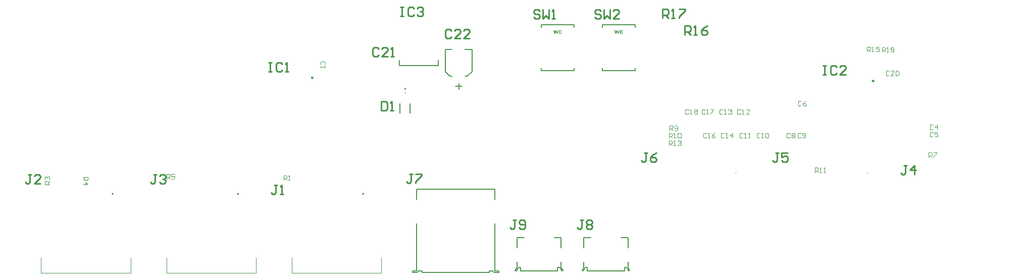
<source format=gto>
%TF.GenerationSoftware,Altium Limited,Altium Designer,24.10.1 (45)*%
G04 Layer_Color=65535*
%FSLAX45Y45*%
%MOMM*%
%TF.SameCoordinates,079BFE04-B767-4AA5-AD7D-3EA92BFB1467*%
%TF.FilePolarity,Positive*%
%TF.FileFunction,Legend,Top*%
%TF.Part,Single*%
G01*
G75*
%TA.AperFunction,NonConductor*%
%ADD54C,0.20000*%
%ADD55C,0.25000*%
%ADD56C,0.10000*%
%ADD57C,0.15000*%
%ADD58C,0.15240*%
%ADD59C,0.25400*%
G36*
X10034513Y3905000D02*
X10020371D01*
X10007566Y3953547D01*
X9994620Y3905000D01*
X9980338D01*
X9965000Y3969940D01*
X9978438D01*
X9988147Y3925263D01*
X10000038Y3969940D01*
X10015728D01*
X10026985Y3924560D01*
X10036835Y3969940D01*
X10050062D01*
X10034513Y3905000D01*
D02*
G37*
G36*
X10105082Y3958965D02*
X10070044D01*
Y3944612D01*
X10102620D01*
Y3933636D01*
X10070044D01*
Y3915976D01*
X10106349D01*
Y3905000D01*
X10056958D01*
Y3969940D01*
X10105082D01*
Y3958965D01*
D02*
G37*
G36*
X9009513Y3905000D02*
X8995371D01*
X8982566Y3953547D01*
X8969620Y3905000D01*
X8955338D01*
X8940000Y3969940D01*
X8953438D01*
X8963147Y3925263D01*
X8975038Y3969940D01*
X8990728D01*
X9001985Y3924560D01*
X9011835Y3969940D01*
X9025062D01*
X9009513Y3905000D01*
D02*
G37*
G36*
X9080082Y3958965D02*
X9045044D01*
Y3944612D01*
X9077620D01*
Y3933636D01*
X9045044D01*
Y3915976D01*
X9081349D01*
Y3905000D01*
X9031958D01*
Y3969940D01*
X9080082D01*
Y3958965D01*
D02*
G37*
D54*
X6461500Y2983700D02*
G03*
X6461500Y2983700I-7500J0D01*
G01*
X6463323Y2914000D02*
G03*
X6463323Y2914000I-5323J0D01*
G01*
X6644001Y-99983D02*
G03*
X6675000Y-70000I999J29983D01*
G01*
X7925000D02*
G03*
X7956000Y-99983I30000J0D01*
G01*
X3650000Y1230000D02*
G03*
X3650000Y1210000I0J-10000D01*
G01*
D02*
G03*
X3650000Y1230000I0J10000D01*
G01*
X5750000D02*
G03*
X5750000Y1210000I0J-10000D01*
G01*
D02*
G03*
X5750000Y1230000I0J10000D01*
G01*
X1550000D02*
G03*
X1550000Y1210000I0J-10000D01*
G01*
D02*
G03*
X1550000Y1230000I0J10000D01*
G01*
X7575000Y3275000D02*
Y3645000D01*
X7460000Y3195000D02*
X7495000D01*
X7575000Y3275000D01*
X7460000Y3645000D02*
X7575000D01*
X7125000D02*
X7240000D01*
X7125000Y3275000D02*
X7205000Y3195000D01*
X7240000D01*
X7125000Y3275000D02*
Y3645000D01*
X6360000Y3378000D02*
X7010000D01*
X6360000D02*
Y3470300D01*
X7010000Y3378000D02*
Y3470300D01*
X6535000Y2580000D02*
Y2740000D01*
X6365000Y2580000D02*
Y2740000D01*
X6734996Y-69999D02*
X6735004Y-99999D01*
X6575000Y-100000D02*
Y-70000D01*
X6645000D01*
X6575000Y-100000D02*
X6644001Y-99983D01*
X6675000Y-70000D02*
X6734996Y-69999D01*
X7865004D02*
X7925000Y-70000D01*
X7865004Y-99999D02*
Y-69999D01*
X7956000Y-99983D02*
X8025000Y-100000D01*
X7955000Y-70000D02*
X8025000D01*
Y-100000D02*
Y-70000D01*
X6645000Y1300000D02*
X7955000D01*
X6735004Y-99999D02*
X7865004D01*
X6645000Y1130000D02*
Y1300000D01*
Y-70000D02*
Y726000D01*
X7955000Y-70000D02*
Y726000D01*
Y1130000D02*
Y1300000D01*
X10310000Y4015000D02*
Y4060000D01*
Y3290000D02*
Y3335000D01*
X9760000Y4015000D02*
Y4060000D01*
Y3290000D02*
Y3335000D01*
Y4060000D02*
X10310000D01*
X9760000Y3290000D02*
X10310000D01*
X9285000Y4015000D02*
Y4060000D01*
Y3290000D02*
Y3335000D01*
X8735000Y4015000D02*
Y4060000D01*
Y3290000D02*
Y3335000D01*
Y4060000D02*
X9285000D01*
X8735000Y3290000D02*
X9285000D01*
D55*
X14312500Y3115000D02*
G03*
X14312500Y3115000I-12500J0D01*
G01*
X4907500Y3170000D02*
G03*
X4907500Y3170000I-12500J0D01*
G01*
D56*
X12000000Y1568000D02*
G03*
X12000000Y1578000I0J5000D01*
G01*
D02*
G03*
X12000000Y1568000I0J-5000D01*
G01*
X16399998Y1578000D02*
G03*
X16399998Y1568000I0J-5000D01*
G01*
D02*
G03*
X16399998Y1578000I0J5000D01*
G01*
X14200000D02*
G03*
X14200000Y1568000I0J-5000D01*
G01*
D02*
G03*
X14200000Y1578000I0J5000D01*
G01*
X3950000Y-107500D02*
Y150000D01*
X2450000Y-107500D02*
X3950000D01*
X2450000D02*
Y150000D01*
X6050000Y-107500D02*
Y150000D01*
X4550000Y-107500D02*
X6050000D01*
X4550000D02*
Y150000D01*
X1850000Y-107500D02*
Y150000D01*
X350000Y-107500D02*
X1850000D01*
X350000D02*
Y150000D01*
X14450032Y3602513D02*
Y3682487D01*
X14490019D01*
X14503348Y3669158D01*
Y3642500D01*
X14490019Y3629171D01*
X14450032D01*
X14476691D02*
X14503348Y3602513D01*
X14530006D02*
X14556664D01*
X14543335D01*
Y3682487D01*
X14530006Y3669158D01*
X14596652D02*
X14609981Y3682487D01*
X14636639D01*
X14649968Y3669158D01*
Y3655829D01*
X14636639Y3642500D01*
X14649968Y3629171D01*
Y3615842D01*
X14636639Y3602513D01*
X14609981D01*
X14596652Y3615842D01*
Y3629171D01*
X14609981Y3642500D01*
X14596652Y3655829D01*
Y3669158D01*
X14609981Y3642500D02*
X14636639D01*
X14200032Y3610013D02*
Y3689987D01*
X14240021D01*
X14253348Y3676658D01*
Y3650000D01*
X14240021Y3636671D01*
X14200032D01*
X14226691D02*
X14253348Y3610013D01*
X14280006D02*
X14306665D01*
X14293336D01*
Y3689987D01*
X14280006Y3676658D01*
X14399968Y3689987D02*
X14346652D01*
Y3650000D01*
X14373309Y3663329D01*
X14386639D01*
X14399968Y3650000D01*
Y3623342D01*
X14386639Y3610013D01*
X14359981D01*
X14346652Y3623342D01*
X10877531Y2035013D02*
Y2114987D01*
X10917518D01*
X10930847Y2101658D01*
Y2075000D01*
X10917518Y2061671D01*
X10877531D01*
X10904189D02*
X10930847Y2035013D01*
X10957505D02*
X10984163D01*
X10970834D01*
Y2114987D01*
X10957505Y2101658D01*
X11024150D02*
X11037480Y2114987D01*
X11064138D01*
X11077467Y2101658D01*
Y2088329D01*
X11064138Y2075000D01*
X11050808D01*
X11064138D01*
X11077467Y2061671D01*
Y2048342D01*
X11064138Y2035013D01*
X11037480D01*
X11024150Y2048342D01*
X13323361Y1580013D02*
Y1659987D01*
X13363348D01*
X13376678Y1646658D01*
Y1620000D01*
X13363348Y1606671D01*
X13323361D01*
X13350020D02*
X13376678Y1580013D01*
X13403336D02*
X13429994D01*
X13416666D01*
Y1659987D01*
X13403336Y1646658D01*
X13469981Y1580013D02*
X13496638D01*
X13483310D01*
Y1659987D01*
X13469981Y1646658D01*
X10877531Y2160013D02*
Y2239987D01*
X10917518D01*
X10930847Y2226658D01*
Y2200000D01*
X10917518Y2186671D01*
X10877531D01*
X10904189D02*
X10930847Y2160013D01*
X10957505D02*
X10984163D01*
X10970834D01*
Y2239987D01*
X10957505Y2226658D01*
X11024150D02*
X11037480Y2239987D01*
X11064138D01*
X11077467Y2226658D01*
Y2173342D01*
X11064138Y2160013D01*
X11037480D01*
X11024150Y2173342D01*
Y2226658D01*
X10885854Y2285013D02*
Y2364987D01*
X10925841D01*
X10939170Y2351658D01*
Y2325000D01*
X10925841Y2311671D01*
X10885854D01*
X10912512D02*
X10939170Y2285013D01*
X10965828Y2298342D02*
X10979157Y2285013D01*
X11005815D01*
X11019144Y2298342D01*
Y2351658D01*
X11005815Y2364987D01*
X10979157D01*
X10965828Y2351658D01*
Y2338329D01*
X10979157Y2325000D01*
X11019144D01*
X15233356Y1835013D02*
Y1914987D01*
X15273341D01*
X15286671Y1901658D01*
Y1875000D01*
X15273341Y1861671D01*
X15233356D01*
X15260013D02*
X15286671Y1835013D01*
X15313329Y1914987D02*
X15366644D01*
Y1901658D01*
X15313329Y1848342D01*
Y1835013D01*
X2453355Y1470013D02*
Y1549987D01*
X2493342D01*
X2506671Y1536658D01*
Y1510000D01*
X2493342Y1496671D01*
X2453355D01*
X2480013D02*
X2506671Y1470013D01*
X2586645Y1549987D02*
X2533329D01*
Y1510000D01*
X2559987Y1523329D01*
X2573316D01*
X2586645Y1510000D01*
Y1483342D01*
X2573316Y1470013D01*
X2546658D01*
X2533329Y1483342D01*
X1050013Y1501645D02*
X1129987D01*
Y1461658D01*
X1116658Y1448329D01*
X1090000D01*
X1076671Y1461658D01*
Y1501645D01*
Y1474987D02*
X1050013Y1448329D01*
Y1381684D02*
X1129987D01*
X1090000Y1421671D01*
Y1368355D01*
X491560Y1377940D02*
X411586D01*
Y1417927D01*
X424915Y1431256D01*
X451573D01*
X464902Y1417927D01*
Y1377940D01*
Y1404598D02*
X491560Y1431256D01*
X424915Y1457914D02*
X411586Y1471243D01*
Y1497901D01*
X424915Y1511230D01*
X438244D01*
X451573Y1497901D01*
Y1484572D01*
Y1497901D01*
X464902Y1511230D01*
X478231D01*
X491560Y1497901D01*
Y1471243D01*
X478231Y1457914D01*
X4416684Y1450013D02*
Y1529987D01*
X4456671D01*
X4470000Y1516658D01*
Y1490000D01*
X4456671Y1476671D01*
X4416684D01*
X4443342D02*
X4470000Y1450013D01*
X4496658D02*
X4523316D01*
X4509987D01*
Y1529987D01*
X4496658Y1516658D01*
X14569415Y3274665D02*
X14556087Y3287994D01*
X14529430D01*
X14516100Y3274665D01*
Y3221349D01*
X14529430Y3208020D01*
X14556087D01*
X14569415Y3221349D01*
X14649390Y3208020D02*
X14596074D01*
X14649390Y3261336D01*
Y3274665D01*
X14636061Y3287994D01*
X14609402D01*
X14596074Y3274665D01*
X14676048D02*
X14689378Y3287994D01*
X14716035D01*
X14729364Y3274665D01*
Y3221349D01*
X14716035Y3208020D01*
X14689378D01*
X14676048Y3221349D01*
Y3274665D01*
X11205848Y2626658D02*
X11192519Y2639987D01*
X11165861D01*
X11152532Y2626658D01*
Y2573342D01*
X11165861Y2560013D01*
X11192519D01*
X11205848Y2573342D01*
X11232506Y2560013D02*
X11259164D01*
X11245836D01*
Y2639987D01*
X11232506Y2626658D01*
X11299152D02*
X11312481Y2639987D01*
X11339139D01*
X11352468Y2626658D01*
Y2613329D01*
X11339139Y2600000D01*
X11352468Y2586671D01*
Y2573342D01*
X11339139Y2560013D01*
X11312481D01*
X11299152Y2573342D01*
Y2586671D01*
X11312481Y2600000D01*
X11299152Y2613329D01*
Y2626658D01*
X11312481Y2600000D02*
X11339139D01*
X11478348Y2626658D02*
X11465019Y2639987D01*
X11438361D01*
X11425032Y2626658D01*
Y2573342D01*
X11438361Y2560013D01*
X11465019D01*
X11478348Y2573342D01*
X11505006Y2560013D02*
X11531665D01*
X11518336D01*
Y2639987D01*
X11505006Y2626658D01*
X11571652Y2639987D02*
X11624968D01*
Y2626658D01*
X11571652Y2573342D01*
Y2560013D01*
X11503348Y2226658D02*
X11490019Y2239987D01*
X11463361D01*
X11450032Y2226658D01*
Y2173342D01*
X11463361Y2160013D01*
X11490019D01*
X11503348Y2173342D01*
X11530006Y2160013D02*
X11556664D01*
X11543336D01*
Y2239987D01*
X11530006Y2226658D01*
X11649968Y2239987D02*
X11623310Y2226658D01*
X11596652Y2200000D01*
Y2173342D01*
X11609981Y2160013D01*
X11636639D01*
X11649968Y2173342D01*
Y2186671D01*
X11636639Y2200000D01*
X11596652D01*
X11803348Y2226658D02*
X11790019Y2239987D01*
X11763361D01*
X11750032Y2226658D01*
Y2173342D01*
X11763361Y2160013D01*
X11790019D01*
X11803348Y2173342D01*
X11830006Y2160013D02*
X11856664D01*
X11843335D01*
Y2239987D01*
X11830006Y2226658D01*
X11936639Y2160013D02*
Y2239987D01*
X11896652Y2200000D01*
X11949968D01*
X11778348Y2626658D02*
X11765019Y2639987D01*
X11738361D01*
X11725032Y2626658D01*
Y2573342D01*
X11738361Y2560013D01*
X11765019D01*
X11778348Y2573342D01*
X11805006Y2560013D02*
X11831664D01*
X11818336D01*
Y2639987D01*
X11805006Y2626658D01*
X11871652D02*
X11884981Y2639987D01*
X11911639D01*
X11924968Y2626658D01*
Y2613329D01*
X11911639Y2600000D01*
X11898310D01*
X11911639D01*
X11924968Y2586671D01*
Y2573342D01*
X11911639Y2560013D01*
X11884981D01*
X11871652Y2573342D01*
X12078348Y2626658D02*
X12065019Y2639987D01*
X12038361D01*
X12025032Y2626658D01*
Y2573342D01*
X12038361Y2560013D01*
X12065019D01*
X12078348Y2573342D01*
X12105006Y2560013D02*
X12131664D01*
X12118335D01*
Y2639987D01*
X12105006Y2626658D01*
X12224968Y2560013D02*
X12171652D01*
X12224968Y2613329D01*
Y2626658D01*
X12211639Y2639987D01*
X12184981D01*
X12171652Y2626658D01*
X12116677Y2226658D02*
X12103348Y2239987D01*
X12076690D01*
X12063361Y2226658D01*
Y2173342D01*
X12076690Y2160013D01*
X12103348D01*
X12116677Y2173342D01*
X12143335Y2160013D02*
X12169993D01*
X12156665D01*
Y2239987D01*
X12143335Y2226658D01*
X12209981Y2160013D02*
X12236639D01*
X12223310D01*
Y2239987D01*
X12209981Y2226658D01*
X12403348D02*
X12390019Y2239987D01*
X12363361D01*
X12350032Y2226658D01*
Y2173342D01*
X12363361Y2160013D01*
X12390019D01*
X12403348Y2173342D01*
X12430006Y2160013D02*
X12456664D01*
X12443335D01*
Y2239987D01*
X12430006Y2226658D01*
X12496651D02*
X12509981Y2239987D01*
X12536639D01*
X12549968Y2226658D01*
Y2173342D01*
X12536639Y2160013D01*
X12509981D01*
X12496651Y2173342D01*
Y2226658D01*
X13086671Y2226658D02*
X13073341Y2239987D01*
X13046684D01*
X13033356Y2226658D01*
Y2173342D01*
X13046684Y2160013D01*
X13073341D01*
X13086671Y2173342D01*
X13113329D02*
X13126659Y2160013D01*
X13153316D01*
X13166644Y2173342D01*
Y2226658D01*
X13153316Y2239987D01*
X13126659D01*
X13113329Y2226658D01*
Y2213329D01*
X13126659Y2200000D01*
X13166644D01*
X12906671Y2226658D02*
X12893343Y2239987D01*
X12866684D01*
X12853355Y2226658D01*
Y2173342D01*
X12866684Y2160013D01*
X12893343D01*
X12906671Y2173342D01*
X12933328Y2226658D02*
X12946658Y2239987D01*
X12973315D01*
X12986646Y2226658D01*
Y2213329D01*
X12973315Y2200000D01*
X12986646Y2186671D01*
Y2173342D01*
X12973315Y2160013D01*
X12946658D01*
X12933328Y2173342D01*
Y2186671D01*
X12946658Y2200000D01*
X12933328Y2213329D01*
Y2226658D01*
X12946658Y2200000D02*
X12973315D01*
X13096671Y2766658D02*
X13083342Y2779987D01*
X13056683D01*
X13043355Y2766658D01*
Y2713342D01*
X13056683Y2700013D01*
X13083342D01*
X13096671Y2713342D01*
X13176645Y2779987D02*
X13149986Y2766658D01*
X13123329Y2740000D01*
Y2713342D01*
X13136658Y2700013D01*
X13163316D01*
X13176645Y2713342D01*
Y2726671D01*
X13163316Y2740000D01*
X13123329D01*
X15306671Y2246658D02*
X15293343Y2259987D01*
X15266684D01*
X15253355Y2246658D01*
Y2193342D01*
X15266684Y2180013D01*
X15293343D01*
X15306671Y2193342D01*
X15386646Y2259987D02*
X15333328D01*
Y2220000D01*
X15359987Y2233329D01*
X15373315D01*
X15386646Y2220000D01*
Y2193342D01*
X15373315Y2180013D01*
X15346658D01*
X15333328Y2193342D01*
X15306671Y2366658D02*
X15293343Y2379987D01*
X15266684D01*
X15253355Y2366658D01*
Y2313342D01*
X15266684Y2300013D01*
X15293343D01*
X15306671Y2313342D01*
X15373315Y2300013D02*
Y2379987D01*
X15333328Y2340000D01*
X15386646D01*
X5101658Y3390000D02*
X5114987Y3403328D01*
Y3429987D01*
X5101658Y3443316D01*
X5048342D01*
X5035013Y3429987D01*
Y3403328D01*
X5048342Y3390000D01*
X5035013Y3363342D02*
Y3336683D01*
Y3350012D01*
X5114987D01*
X5101658Y3363342D01*
D57*
X8955000Y485000D02*
X9070000D01*
X8330000D02*
X8445000D01*
X9070000Y320000D02*
Y485000D01*
Y-15000D02*
Y80000D01*
X8330000Y-15000D02*
Y80000D01*
Y320000D02*
Y485000D01*
X9082500Y-75000D02*
X9100000Y-62500D01*
X9045000Y-15000D02*
X9082500Y-75000D01*
X9070000Y-15000D02*
X9100000Y-62500D01*
X8300000D02*
X8330000Y-15000D01*
X8317500Y-75000D02*
X8355000Y-15000D01*
X8300000Y-62500D02*
X8317500Y-75000D01*
X8390000D02*
X9010000D01*
Y-15000D01*
X9045000D01*
X8390000Y-75000D02*
Y-15000D01*
X8355000D02*
X8390000D01*
X10075000Y485000D02*
X10190000D01*
X9450000D02*
X9565000D01*
X10190000Y320000D02*
Y485000D01*
Y-15000D02*
Y80000D01*
X9450000Y-15000D02*
Y80000D01*
Y320000D02*
Y485000D01*
X10202500Y-75000D02*
X10220000Y-62500D01*
X10165000Y-15000D02*
X10202500Y-75000D01*
X10190000Y-15000D02*
X10220000Y-62500D01*
X9420000D02*
X9450000Y-15000D01*
X9437500Y-75000D02*
X9475000Y-15000D01*
X9420000Y-62500D02*
X9437500Y-75000D01*
X9510000D02*
X10130000D01*
Y-15000D01*
X10165000D01*
X9510000Y-75000D02*
Y-15000D01*
X9475000D02*
X9510000D01*
D58*
X7404480Y3027760D02*
X7300000D01*
X7352240Y3080000D02*
Y2975520D01*
D59*
X9738327Y4284939D02*
X9712935Y4310331D01*
X9662152D01*
X9636760Y4284939D01*
Y4259547D01*
X9662152Y4234155D01*
X9712935D01*
X9738327Y4208763D01*
Y4183372D01*
X9712935Y4157980D01*
X9662152D01*
X9636760Y4183372D01*
X9789111Y4310331D02*
Y4157980D01*
X9839894Y4208763D01*
X9890678Y4157980D01*
Y4310331D01*
X10043029Y4157980D02*
X9941461D01*
X10043029Y4259547D01*
Y4284939D01*
X10017637Y4310331D01*
X9966853D01*
X9941461Y4284939D01*
X8714707D02*
X8689315Y4310331D01*
X8638532D01*
X8613140Y4284939D01*
Y4259547D01*
X8638532Y4234155D01*
X8689315D01*
X8714707Y4208763D01*
Y4183372D01*
X8689315Y4157980D01*
X8638532D01*
X8613140Y4183372D01*
X8765491Y4310331D02*
Y4157980D01*
X8816274Y4208763D01*
X8867058Y4157980D01*
Y4310331D01*
X8917841Y4157980D02*
X8968625D01*
X8943233D01*
Y4310331D01*
X8917841Y4284939D01*
X10769562Y4173825D02*
Y4326175D01*
X10845737D01*
X10871129Y4300784D01*
Y4250000D01*
X10845737Y4224608D01*
X10769562D01*
X10820345D02*
X10871129Y4173825D01*
X10921912D02*
X10972696D01*
X10947304D01*
Y4326175D01*
X10921912Y4300784D01*
X11048871Y4326175D02*
X11150438D01*
Y4300784D01*
X11048871Y4199217D01*
Y4173825D01*
X11142980Y3893440D02*
Y4045791D01*
X11219155D01*
X11244547Y4020399D01*
Y3969615D01*
X11219155Y3944224D01*
X11142980D01*
X11193763D02*
X11244547Y3893440D01*
X11295331D02*
X11346114D01*
X11320723D01*
Y4045791D01*
X11295331Y4020399D01*
X11523857Y4045791D02*
X11473073Y4020399D01*
X11422290Y3969615D01*
Y3918832D01*
X11447681Y3893440D01*
X11498465D01*
X11523857Y3918832D01*
Y3944224D01*
X11498465Y3969615D01*
X11422290D01*
X8315347Y784811D02*
X8264564D01*
X8289955D01*
Y657852D01*
X8264564Y632460D01*
X8239172D01*
X8213780Y657852D01*
X8366131D02*
X8391523Y632460D01*
X8442306D01*
X8467698Y657852D01*
Y759419D01*
X8442306Y784811D01*
X8391523D01*
X8366131Y759419D01*
Y734027D01*
X8391523Y708635D01*
X8467698D01*
X9435487Y784811D02*
X9384704D01*
X9410095D01*
Y657852D01*
X9384704Y632460D01*
X9359312D01*
X9333920Y657852D01*
X9486271Y759419D02*
X9511663Y784811D01*
X9562446D01*
X9587838Y759419D01*
Y734027D01*
X9562446Y708635D01*
X9587838Y683243D01*
Y657852D01*
X9562446Y632460D01*
X9511663D01*
X9486271Y657852D01*
Y683243D01*
X9511663Y708635D01*
X9486271Y734027D01*
Y759419D01*
X9511663Y708635D02*
X9562446D01*
X6575447Y1551891D02*
X6524664D01*
X6550055D01*
Y1424932D01*
X6524664Y1399540D01*
X6499272D01*
X6473880Y1424932D01*
X6626231Y1551891D02*
X6727798D01*
Y1526499D01*
X6626231Y1424932D01*
Y1399540D01*
X10517527Y1912571D02*
X10466744D01*
X10492135D01*
Y1785612D01*
X10466744Y1760220D01*
X10441352D01*
X10415960Y1785612D01*
X10669878Y1912571D02*
X10619094Y1887179D01*
X10568311Y1836395D01*
Y1785612D01*
X10593703Y1760220D01*
X10644486D01*
X10669878Y1785612D01*
Y1811003D01*
X10644486Y1836395D01*
X10568311D01*
X12719707Y1912571D02*
X12668924D01*
X12694315D01*
Y1785612D01*
X12668924Y1760220D01*
X12643532D01*
X12618140Y1785612D01*
X12872058Y1912571D02*
X12770491D01*
Y1836395D01*
X12821274Y1861787D01*
X12846666D01*
X12872058Y1836395D01*
Y1785612D01*
X12846666Y1760220D01*
X12795883D01*
X12770491Y1785612D01*
X14864607Y1696175D02*
X14813824D01*
X14839217D01*
Y1569217D01*
X14813824Y1543825D01*
X14788432D01*
X14763042Y1569217D01*
X14991566Y1543825D02*
Y1696175D01*
X14915392Y1620000D01*
X15016959D01*
X2283427Y1544271D02*
X2232643D01*
X2258035D01*
Y1417312D01*
X2232643Y1391920D01*
X2207252D01*
X2181860Y1417312D01*
X2334211Y1518879D02*
X2359603Y1544271D01*
X2410386D01*
X2435778Y1518879D01*
Y1493487D01*
X2410386Y1468095D01*
X2384994D01*
X2410386D01*
X2435778Y1442703D01*
Y1417312D01*
X2410386Y1391920D01*
X2359603D01*
X2334211Y1417312D01*
X182847Y1544271D02*
X132063D01*
X157455D01*
Y1417312D01*
X132063Y1391920D01*
X106672D01*
X81280Y1417312D01*
X335198Y1391920D02*
X233631D01*
X335198Y1493487D01*
Y1518879D01*
X309806Y1544271D01*
X259023D01*
X233631Y1518879D01*
X4310000Y1366175D02*
X4259217D01*
X4284608D01*
Y1239216D01*
X4259217Y1213825D01*
X4233825D01*
X4208433Y1239216D01*
X4360784Y1213825D02*
X4411567D01*
X4386176D01*
Y1366175D01*
X4360784Y1340783D01*
X6375400Y4353511D02*
X6426183D01*
X6400792D01*
Y4201160D01*
X6375400D01*
X6426183D01*
X6603926Y4328119D02*
X6578534Y4353511D01*
X6527751D01*
X6502359Y4328119D01*
Y4226552D01*
X6527751Y4201160D01*
X6578534D01*
X6603926Y4226552D01*
X6654710Y4328119D02*
X6680101Y4353511D01*
X6730885D01*
X6756277Y4328119D01*
Y4302727D01*
X6730885Y4277335D01*
X6705493D01*
X6730885D01*
X6756277Y4251943D01*
Y4226552D01*
X6730885Y4201160D01*
X6680101D01*
X6654710Y4226552D01*
X13457040Y3370531D02*
X13507823D01*
X13482433D01*
Y3218180D01*
X13457040D01*
X13507823D01*
X13685567Y3345139D02*
X13660175Y3370531D01*
X13609390D01*
X13583998Y3345139D01*
Y3243572D01*
X13609390Y3218180D01*
X13660175D01*
X13685567Y3243572D01*
X13837917Y3218180D02*
X13736349D01*
X13837917Y3319747D01*
Y3345139D01*
X13812524Y3370531D01*
X13761742D01*
X13736349Y3345139D01*
X4164954Y3426175D02*
X4215737D01*
X4190345D01*
Y3273825D01*
X4164954D01*
X4215737D01*
X4393480Y3400783D02*
X4368088Y3426175D01*
X4317304D01*
X4291912Y3400783D01*
Y3299216D01*
X4317304Y3273825D01*
X4368088D01*
X4393480Y3299216D01*
X4444263Y3273825D02*
X4495047D01*
X4469655D01*
Y3426175D01*
X4444263Y3400783D01*
X6048433Y2772675D02*
Y2620325D01*
X6124608D01*
X6150000Y2645717D01*
Y2747284D01*
X6124608Y2772675D01*
X6048433D01*
X6200784Y2620325D02*
X6251567D01*
X6226176D01*
Y2772675D01*
X6200784Y2747284D01*
X7228807Y3954739D02*
X7203415Y3980131D01*
X7152632D01*
X7127240Y3954739D01*
Y3853172D01*
X7152632Y3827780D01*
X7203415D01*
X7228807Y3853172D01*
X7381158Y3827780D02*
X7279591D01*
X7381158Y3929347D01*
Y3954739D01*
X7355766Y3980131D01*
X7304983D01*
X7279591Y3954739D01*
X7533509Y3827780D02*
X7431941D01*
X7533509Y3929347D01*
Y3954739D01*
X7508117Y3980131D01*
X7457333D01*
X7431941Y3954739D01*
X6013825Y3655784D02*
X5988433Y3681176D01*
X5937650D01*
X5912258Y3655784D01*
Y3554217D01*
X5937650Y3528825D01*
X5988433D01*
X6013825Y3554217D01*
X6166176Y3528825D02*
X6064608D01*
X6166176Y3630392D01*
Y3655784D01*
X6140784Y3681176D01*
X6090000D01*
X6064608Y3655784D01*
X6216959Y3528825D02*
X6267743D01*
X6242351D01*
Y3681176D01*
X6216959Y3655784D01*
%TF.MD5,6c36812bd4d09154a293268d582167a3*%
M02*

</source>
